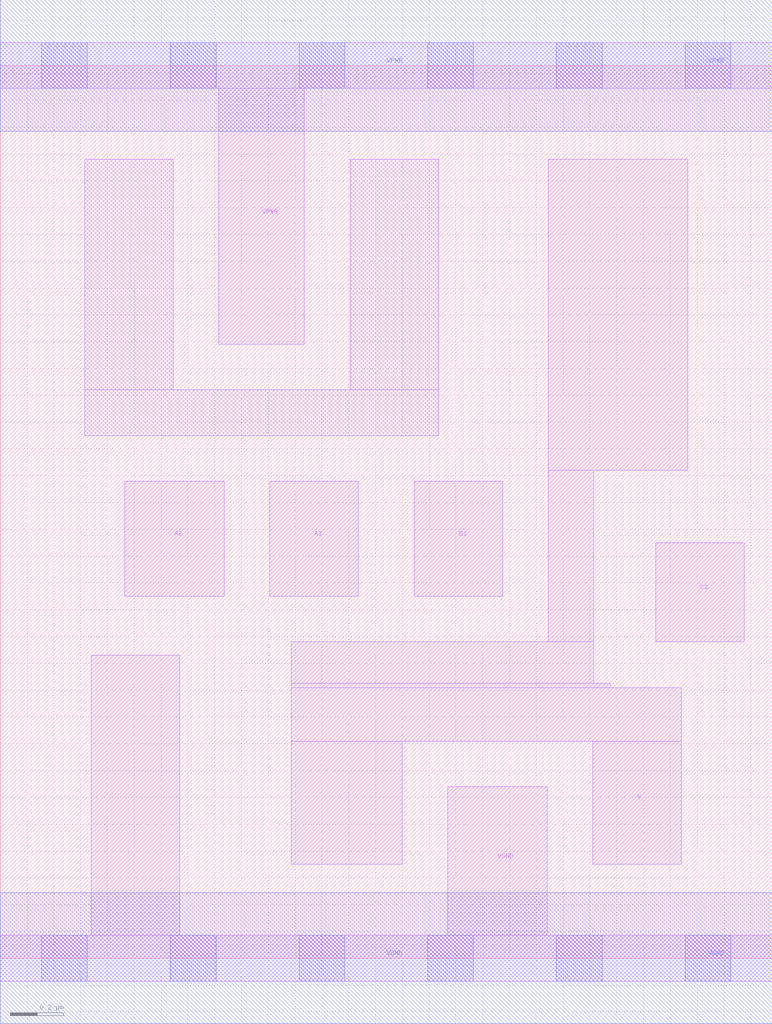
<source format=lef>
# Copyright 2020 The SkyWater PDK Authors
#
# Licensed under the Apache License, Version 2.0 (the "License");
# you may not use this file except in compliance with the License.
# You may obtain a copy of the License at
#
#     https://www.apache.org/licenses/LICENSE-2.0
#
# Unless required by applicable law or agreed to in writing, software
# distributed under the License is distributed on an "AS IS" BASIS,
# WITHOUT WARRANTIES OR CONDITIONS OF ANY KIND, either express or implied.
# See the License for the specific language governing permissions and
# limitations under the License.
#
# SPDX-License-Identifier: Apache-2.0

VERSION 5.7 ;
  NAMESCASESENSITIVE ON ;
  NOWIREEXTENSIONATPIN ON ;
  DIVIDERCHAR "/" ;
  BUSBITCHARS "[]" ;
UNITS
  DATABASE MICRONS 200 ;
END UNITS
MACRO sky130_fd_sc_ms__a211oi_1
  CLASS CORE ;
  SOURCE USER ;
  FOREIGN sky130_fd_sc_ms__a211oi_1 ;
  ORIGIN  0.000000  0.000000 ;
  SIZE  2.880000 BY  3.330000 ;
  SYMMETRY X Y ;
  SITE unit ;
  PIN A1
    ANTENNAGATEAREA  0.312600 ;
    DIRECTION INPUT ;
    USE SIGNAL ;
    PORT
      LAYER li1 ;
        RECT 1.005000 1.350000 1.335000 1.780000 ;
    END
  END A1
  PIN A2
    ANTENNAGATEAREA  0.312600 ;
    DIRECTION INPUT ;
    USE SIGNAL ;
    PORT
      LAYER li1 ;
        RECT 0.465000 1.350000 0.835000 1.780000 ;
    END
  END A2
  PIN B1
    ANTENNAGATEAREA  0.312600 ;
    DIRECTION INPUT ;
    USE SIGNAL ;
    PORT
      LAYER li1 ;
        RECT 1.545000 1.350000 1.875000 1.780000 ;
    END
  END B1
  PIN C1
    ANTENNAGATEAREA  0.312600 ;
    DIRECTION INPUT ;
    USE SIGNAL ;
    PORT
      LAYER li1 ;
        RECT 2.445000 1.180000 2.775000 1.550000 ;
    END
  END C1
  PIN Y
    ANTENNADIFFAREA  0.775900 ;
    DIRECTION OUTPUT ;
    USE SIGNAL ;
    PORT
      LAYER li1 ;
        RECT 1.085000 0.350000 1.500000 0.810000 ;
        RECT 1.085000 0.810000 2.540000 1.010000 ;
        RECT 1.085000 1.010000 2.275000 1.025000 ;
        RECT 1.085000 1.025000 2.215000 1.180000 ;
        RECT 2.045000 1.180000 2.215000 1.820000 ;
        RECT 2.045000 1.820000 2.565000 2.980000 ;
        RECT 2.210000 0.350000 2.540000 0.810000 ;
    END
  END Y
  PIN VGND
    DIRECTION INOUT ;
    USE GROUND ;
    PORT
      LAYER li1 ;
        RECT 0.000000 -0.085000 2.880000 0.085000 ;
        RECT 0.340000  0.085000 0.670000 1.130000 ;
        RECT 1.670000  0.085000 2.040000 0.640000 ;
      LAYER mcon ;
        RECT 0.155000 -0.085000 0.325000 0.085000 ;
        RECT 0.635000 -0.085000 0.805000 0.085000 ;
        RECT 1.115000 -0.085000 1.285000 0.085000 ;
        RECT 1.595000 -0.085000 1.765000 0.085000 ;
        RECT 2.075000 -0.085000 2.245000 0.085000 ;
        RECT 2.555000 -0.085000 2.725000 0.085000 ;
      LAYER met1 ;
        RECT 0.000000 -0.245000 2.880000 0.245000 ;
    END
  END VGND
  PIN VPWR
    DIRECTION INOUT ;
    USE POWER ;
    PORT
      LAYER li1 ;
        RECT 0.000000 3.245000 2.880000 3.415000 ;
        RECT 0.815000 2.290000 1.135000 3.245000 ;
      LAYER mcon ;
        RECT 0.155000 3.245000 0.325000 3.415000 ;
        RECT 0.635000 3.245000 0.805000 3.415000 ;
        RECT 1.115000 3.245000 1.285000 3.415000 ;
        RECT 1.595000 3.245000 1.765000 3.415000 ;
        RECT 2.075000 3.245000 2.245000 3.415000 ;
        RECT 2.555000 3.245000 2.725000 3.415000 ;
      LAYER met1 ;
        RECT 0.000000 3.085000 2.880000 3.575000 ;
    END
  END VPWR
  OBS
    LAYER li1 ;
      RECT 0.315000 1.950000 1.635000 2.120000 ;
      RECT 0.315000 2.120000 0.645000 2.980000 ;
      RECT 1.305000 2.120000 1.635000 2.980000 ;
  END
END sky130_fd_sc_ms__a211oi_1

</source>
